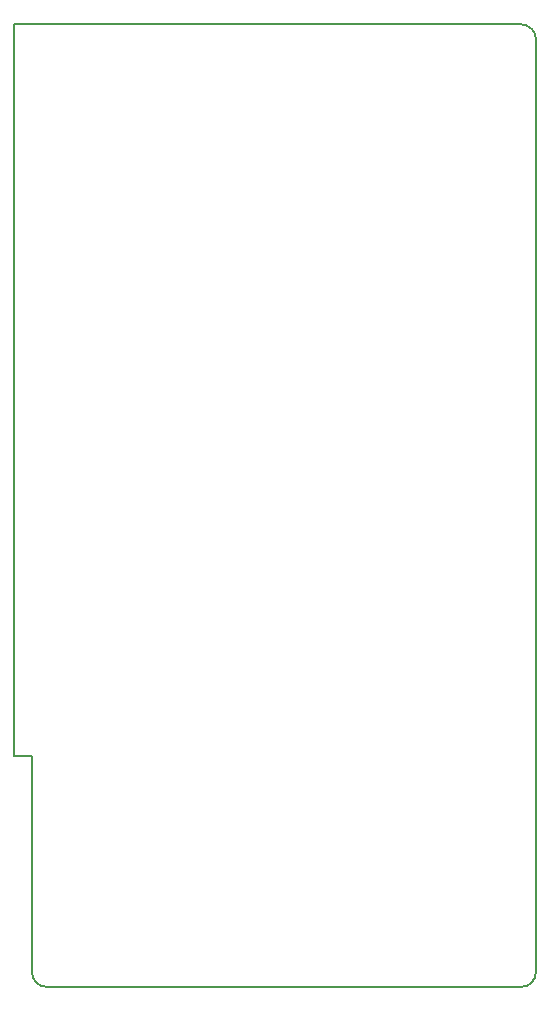
<source format=gm1>
G04 #@! TF.FileFunction,Profile,NP*
%FSLAX46Y46*%
G04 Gerber Fmt 4.6, Leading zero omitted, Abs format (unit mm)*
G04 Created by KiCad (PCBNEW 4.0.7) date 07/30/19 23:57:16*
%MOMM*%
%LPD*%
G01*
G04 APERTURE LIST*
%ADD10C,0.100000*%
%ADD11C,0.150000*%
G04 APERTURE END LIST*
D10*
D11*
X99568000Y-97536000D02*
X99568000Y-115792000D01*
X100838000Y-117062000D02*
X140970000Y-117062000D01*
X99568000Y-115792000D02*
G75*
G03X100838000Y-117062000I1270000J0D01*
G01*
X142240000Y-36830000D02*
X142240000Y-115792000D01*
X140970000Y-117062000D02*
G75*
G03X142240000Y-115792000I0J1270000D01*
G01*
X140970000Y-35560000D02*
X98044000Y-35560000D01*
X142240000Y-36830000D02*
G75*
G03X140970000Y-35560000I-1270000J0D01*
G01*
X98044000Y-97536000D02*
X98044000Y-35560000D01*
X99568000Y-97536000D02*
X98044000Y-97536000D01*
M02*

</source>
